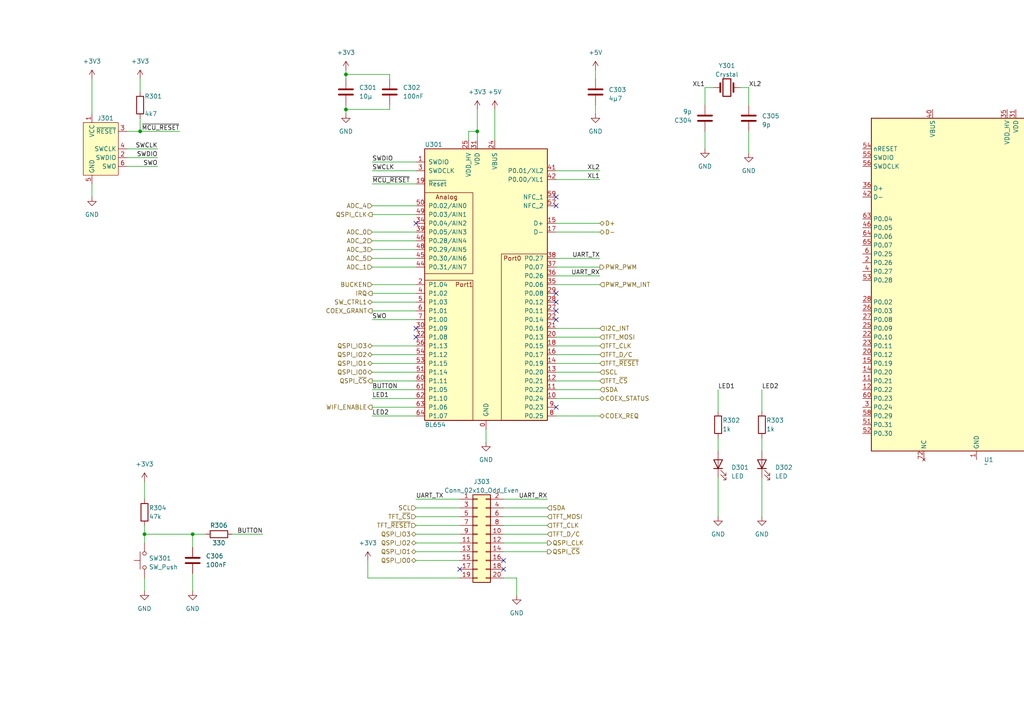
<source format=kicad_sch>
(kicad_sch (version 20231120) (generator "eeschema") (generator_version "8.0")
  (paper "A4")
  (title_block (title "Firewaterburn") (rev "0.2"))
  (lib_symbols
    (symbol "Connector:Conn_ARM_SWD_TagConnect_TC2030" (in_bom no)
      (property "Reference" "J" (at 2.54 11.43 0))
      (property "Value" "Conn_ARM_SWD_TagConnect_TC2030" (at 5.08 8.89 0))
      (symbol "Conn_ARM_SWD_TagConnect_TC2030_0_0"
        (pin power_in line (at -2.54 10.16 270) (length 2.54) (name "VCC") (number "1"))
        (pin bidirectional line (at 7.62 -2.54 180) (length 2.54) (name "SWDIO") (number "2"))
        (pin open_collector line (at 7.62 5.08 180) (length 2.54) (name "~{RESET}") (number "3"))
        (pin output line (at 7.62 0 180) (length 2.54) (name "SWCLK") (number "4"))
        (pin power_in line (at -2.54 -10.16 90) (length 2.54) (name "GND") (number "5"))
        (pin input line (at 7.62 -5.08 180) (length 2.54) (name "SWO") (number "6"))
      )
      (symbol "Conn_ARM_SWD_TagConnect_TC2030_0_1"
        (rectangle (start -5.08 7.62) (end 5.08 -7.62) (fill (type background)))
      )
    )
    (symbol "Connector_Generic:Conn_02x10_Odd_Even" (pin_names (offset 1.016) hide)
      (property "Reference" "J" (at 1.27 12.7 0))
      (property "Value" "Conn_02x10_Odd_Even" (at 1.27 -15.24 0))
      (symbol "Conn_02x10_Odd_Even_1_1"
        (rectangle (start -1.27 -12.573) (end 0 -12.827) (stroke (width 0.1524)))
        (rectangle (start -1.27 -10.033) (end 0 -10.287) (stroke (width 0.1524)))
        (rectangle (start -1.27 -7.493) (end 0 -7.747) (stroke (width 0.1524)))
        (rectangle (start -1.27 -4.953) (end 0 -5.207) (stroke (width 0.1524)))
        (rectangle (start -1.27 -2.413) (end 0 -2.667) (stroke (width 0.1524)))
        (rectangle (start -1.27 0.127) (end 0 -0.127) (stroke (width 0.1524)))
        (rectangle (start -1.27 2.667) (end 0 2.413) (stroke (width 0.1524)))
        (rectangle (start -1.27 5.207) (end 0 4.953) (stroke (width 0.1524)))
        (rectangle (start -1.27 7.747) (end 0 7.493) (stroke (width 0.1524)))
        (rectangle (start -1.27 10.287) (end 0 10.033) (stroke (width 0.1524)))
        (rectangle (start -1.27 11.43) (end 3.81 -13.97) (stroke (width 0.254)) (fill (type background)))
        (rectangle (start 3.81 -12.573) (end 2.54 -12.827) (stroke (width 0.1524)))
        (rectangle (start 3.81 -10.033) (end 2.54 -10.287) (stroke (width 0.1524)))
        (rectangle (start 3.81 -7.493) (end 2.54 -7.747) (stroke (width 0.1524)))
        (rectangle (start 3.81 -4.953) (end 2.54 -5.207) (stroke (width 0.1524)))
        (rectangle (start 3.81 -2.413) (end 2.54 -2.667) (stroke (width 0.1524)))
        (rectangle (start 3.81 0.127) (end 2.54 -0.127) (stroke (width 0.1524)))
        (rectangle (start 3.81 2.667) (end 2.54 2.413) (stroke (width 0.1524)))
        (rectangle (start 3.81 5.207) (end 2.54 4.953) (stroke (width 0.1524)))
        (rectangle (start 3.81 7.747) (end 2.54 7.493) (stroke (width 0.1524)))
        (rectangle (start 3.81 10.287) (end 2.54 10.033) (stroke (width 0.1524)))
        (pin passive line (at -5.08 10.16 0) (length 3.81) (name "Pin_1") (number "1"))
        (pin passive line (at 7.62 0 180) (length 3.81) (name "Pin_10") (number "10"))
        (pin passive line (at -5.08 -2.54 0) (length 3.81) (name "Pin_11") (number "11"))
        (pin passive line (at 7.62 -2.54 180) (length 3.81) (name "Pin_12") (number "12"))
        (pin passive line (at -5.08 -5.08 0) (length 3.81) (name "Pin_13") (number "13"))
        (pin passive line (at 7.62 -5.08 180) (length 3.81) (name "Pin_14") (number "14"))
        (pin passive line (at -5.08 -7.62 0) (length 3.81) (name "Pin_15") (number "15"))
        (pin passive line (at 7.62 -7.62 180) (length 3.81) (name "Pin_16") (number "16"))
        (pin passive line (at -5.08 -10.16 0) (length 3.81) (name "Pin_17") (number "17"))
        (pin passive line (at 7.62 -10.16 180) (length 3.81) (name "Pin_18") (number "18"))
        (pin passive line (at -5.08 -12.7 0) (length 3.81) (name "Pin_19") (number "19"))
        (pin passive line (at 7.62 10.16 180) (length 3.81) (name "Pin_2") (number "2"))
        (pin passive line (at 7.62 -12.7 180) (length 3.81) (name "Pin_20") (number "20"))
        (pin passive line (at -5.08 7.62 0) (length 3.81) (name "Pin_3") (number "3"))
        (pin passive line (at 7.62 7.62 180) (length 3.81) (name "Pin_4") (number "4"))
        (pin passive line (at -5.08 5.08 0) (length 3.81) (name "Pin_5") (number "5"))
        (pin passive line (at 7.62 5.08 180) (length 3.81) (name "Pin_6") (number "6"))
        (pin passive line (at -5.08 2.54 0) (length 3.81) (name "Pin_7") (number "7"))
        (pin passive line (at 7.62 2.54 180) (length 3.81) (name "Pin_8") (number "8"))
        (pin passive line (at -5.08 0 0) (length 3.81) (name "Pin_9") (number "9"))
      )
    )
    (symbol "Device:C" (pin_numbers hide) (pin_names (offset 0.254))
      (property "Reference" "C" (at 0.635 2.54 0))
      (property "Value" "C" (at 0.635 -2.54 0))
      (symbol "C_0_1"
        (polyline (pts (xy -2.032 -0.762) (xy 2.032 -0.762)) (stroke (width 0.508)))
        (polyline (pts (xy -2.032 0.762) (xy 2.032 0.762)) (stroke (width 0.508)))
      )
      (symbol "C_1_1"
        (pin passive line (at 0 3.81 270) (length 2.794) (name "~") (number "1"))
        (pin passive line (at 0 -3.81 90) (length 2.794) (name "~") (number "2"))
      )
    )
    (symbol "Device:Crystal" (pin_numbers hide) (pin_names (offset 1.016) hide)
      (property "Reference" "Y" (at 0 3.81 0))
      (property "Value" "Crystal" (at 0 -3.81 0))
      (symbol "Crystal_0_1"
        (rectangle (start -1.143 2.54) (end 1.143 -2.54) (stroke (width 0.3048)))
        (polyline (pts (xy -2.54 0) (xy -1.905 0)))
        (polyline (pts (xy -1.905 -1.27) (xy -1.905 1.27)) (stroke (width 0.508)))
        (polyline (pts (xy 1.905 -1.27) (xy 1.905 1.27)) (stroke (width 0.508)))
        (polyline (pts (xy 2.54 0) (xy 1.905 0)))
      )
      (symbol "Crystal_1_1"
        (pin passive line (at -3.81 0 0) (length 1.27) (name "1") (number "1"))
        (pin passive line (at 3.81 0 180) (length 1.27) (name "2") (number "2"))
      )
    )
    (symbol "Device:LED" (pin_numbers hide) (pin_names (offset 1.016) hide)
      (property "Reference" "D" (at 0 2.54 0))
      (property "Value" "LED" (at 0 -2.54 0))
      (symbol "LED_0_1"
        (polyline (pts (xy -1.27 -1.27) (xy -1.27 1.27)) (stroke (width 0.254)))
        (polyline (pts (xy -1.27 0) (xy 1.27 0)))
        (polyline (pts (xy 1.27 -1.27) (xy 1.27 1.27) (xy -1.27 0) (xy 1.27 -1.27)) (stroke (width 0.254)))
        (polyline (pts (xy -3.048 -0.762) (xy -4.572 -2.286) (xy -3.81 -2.286) (xy -4.572 -2.286) (xy -4.572 -1.524)))
        (polyline (pts (xy -1.778 -0.762) (xy -3.302 -2.286) (xy -2.54 -2.286) (xy -3.302 -2.286) (xy -3.302 -1.524)))
      )
      (symbol "LED_1_1"
        (pin passive line (at -3.81 0 0) (length 2.54) (name "K") (number "1"))
        (pin passive line (at 3.81 0 180) (length 2.54) (name "A") (number "2"))
      )
    )
    (symbol "Device:R" (pin_numbers hide) (pin_names (offset 0))
      (property "Reference" "R" (at 2.032 0 90))
      (property "Value" "R" (at 0 0 90))
      (symbol "R_0_1"
        (rectangle (start -1.016 -2.54) (end 1.016 2.54) (stroke (width 0.254)))
      )
      (symbol "R_1_1"
        (pin passive line (at 0 3.81 270) (length 1.27) (name "~") (number "1"))
        (pin passive line (at 0 -3.81 90) (length 1.27) (name "~") (number "2"))
      )
    )
    (symbol "Switch:SW_Push" (pin_numbers hide) (pin_names (offset 1.016) hide)
      (property "Reference" "SW" (at 1.27 2.54 0))
      (property "Value" "SW_Push" (at 0 -1.524 0))
      (symbol "SW_Push_0_1"
        (circle (center -2.032 0) (radius 0.508))
        (polyline (pts (xy 0 1.27) (xy 0 3.048)))
        (polyline (pts (xy 2.54 1.27) (xy -2.54 1.27)))
        (circle (center 2.032 0) (radius 0.508))
        (pin passive line (at -5.08 0 0) (length 2.54) (name "1") (number "1"))
        (pin passive line (at 5.08 0 180) (length 2.54) (name "2") (number "2"))
      )
    )
    (symbol "mylib_ic:BL5340"
      (property "Reference" "U" (at 0 49.53 0))
      (symbol "BL5340_1_1"
        (rectangle (start -30.48 48.26) (end 30.48 -48.26) (stroke (width 0.254)) (fill (type background)))
        (pin power_in line (at 0 -50.8 90) (length 2.54) (name "GND") (number "1"))
        (pin bidirectional line (at 33.02 -17.78 180) (length 2.54) (name "P1.05") (number "10"))
        (pin bidirectional line (at -33.02 -27.94 0) (length 2.54) (name "P0.21") (number "11"))
        (pin bidirectional line (at -33.02 -30.48 0) (length 2.54) (name "P0.22") (number "12"))
        (pin bidirectional line (at 33.02 -15.24 180) (length 2.54) (name "P1.04") (number "13"))
        (pin bidirectional line (at -33.02 -25.4 0) (length 2.54) (name "P0.20") (number "14"))
        (pin bidirectional line (at -33.02 -22.86 0) (length 2.54) (name "P0.19") (number "15"))
        (pin bidirectional line (at 33.02 15.24 180) (length 2.54) (name "P0.17") (number "16"))
        (pin bidirectional line (at 33.02 17.78 180) (length 2.54) (name "P0.16") (number "17"))
        (pin bidirectional line (at 33.02 20.32 180) (length 2.54) (name "P0.15") (number "18"))
        (pin power_in line (at 0 -50.8 90) (length 2.54) hide (name "GND") (number "19"))
        (pin bidirectional line (at -33.02 6.35 0) (length 2.54) (name "P0.26") (number "2"))
        (pin bidirectional line (at -33.02 -20.32 0) (length 2.54) (name "P0.12") (number "20"))
        (pin power_in line (at 0 -50.8 90) (length 2.54) hide (name "GND") (number "21"))
        (pin bidirectional line (at -33.02 -15.24 0) (length 2.54) (name "P0.10") (number "22"))
        (pin bidirectional line (at -33.02 -17.78 0) (length 2.54) (name "P0.11") (number "23"))
        (pin bidirectional line (at 33.02 25.4 180) (length 2.54) (name "P0.13") (number "24"))
        (pin bidirectional line (at -33.02 -12.7 0) (length 2.54) (name "P0.09") (number "25"))
        (pin bidirectional line (at -33.02 -7.62 0) (length 2.54) (name "P0.03") (number "26"))
        (pin bidirectional line (at -33.02 -10.16 0) (length 2.54) (name "P0.08") (number "27"))
        (pin bidirectional line (at -33.02 -5.08 0) (length 2.54) (name "P0.02") (number "28"))
        (pin power_in line (at 0 -50.8 90) (length 2.54) hide (name "GND") (number "29"))
        (pin bidirectional line (at -33.02 -35.56 0) (length 2.54) (name "P0.24") (number "3"))
        (pin power_in line (at 0 -50.8 90) (length 2.54) hide (name "GND") (number "30"))
        (pin power_in line (at 11.43 50.8 270) (length 2.54) (name "VDD") (number "31"))
        (pin bidirectional line (at 33.02 35.56 180) (length 2.54) (name "P0.01") (number "32"))
        (pin power_in line (at 0 -50.8 90) (length 2.54) hide (name "GND") (number "33"))
        (pin bidirectional line (at 33.02 38.1 180) (length 2.54) (name "P0.00") (number "34"))
        (pin power_in line (at 8.89 50.8 270) (length 2.54) (name "VDD_HV") (number "35"))
        (pin bidirectional line (at -33.02 27.94 0) (length 2.54) (name "D+") (number "36"))
        (pin bidirectional line (at 33.02 -1.27 180) (length 2.54) (name "P1.02") (number "37"))
        (pin bidirectional line (at 33.02 -12.7 180) (length 2.54) (name "P1.03") (number "38"))
        (pin power_in line (at 0 -50.8 90) (length 2.54) hide (name "GND") (number "39"))
        (pin bidirectional line (at -33.02 3.81 0) (length 2.54) (name "P0.27") (number "4"))
        (pin power_in line (at -12.7 50.8 270) (length 2.54) (name "VBUS") (number "40"))
        (pin bidirectional line (at 33.02 -10.16 180) (length 2.54) (name "P1.00") (number "41"))
        (pin bidirectional line (at -33.02 25.4 0) (length 2.54) (name "D-") (number "42"))
        (pin bidirectional line (at 33.02 1.27 180) (length 2.54) (name "P1.01") (number "43"))
        (pin power_in line (at 0 -50.8 90) (length 2.54) hide (name "GND") (number "44"))
        (pin bidirectional line (at 33.02 -43.18 180) (length 2.54) (name "P1.15") (number "45"))
        (pin bidirectional line (at -33.02 16.51 0) (length 2.54) (name "P0.05") (number "46"))
        (pin bidirectional line (at 33.02 -38.1 180) (length 2.54) (name "P1.13") (number "47"))
        (pin bidirectional line (at 33.02 -40.64 180) (length 2.54) (name "P1.14") (number "48"))
        (pin bidirectional line (at 33.02 -35.56 180) (length 2.54) (name "P1.12") (number "49"))
        (pin bidirectional line (at 33.02 -27.94 180) (length 2.54) (name "P1.09") (number "5"))
        (pin bidirectional line (at 33.02 -33.02 180) (length 2.54) (name "P1.11") (number "50"))
        (pin bidirectional line (at -33.02 -40.64 0) (length 2.54) (name "P0.31") (number "51"))
        (pin bidirectional line (at -33.02 -43.18 0) (length 2.54) (name "P0.30") (number "52"))
        (pin bidirectional line (at -33.02 1.27 0) (length 2.54) (name "P0.28") (number "53"))
        (pin bidirectional line (at -33.02 39.37 0) (length 2.54) (name "nRESET") (number "54"))
        (pin bidirectional line (at -33.02 36.83 0) (length 2.54) (name "SWDIO") (number "55"))
        (pin bidirectional line (at -33.02 34.29 0) (length 2.54) (name "SWDCLK") (number "56"))
        (pin bidirectional line (at 33.02 -30.48 180) (length 2.54) (name "P1.10") (number "57"))
        (pin bidirectional line (at -33.02 -38.1 0) (length 2.54) (name "P0.29") (number "58"))
        (pin power_in line (at 0 -50.8 90) (length 2.54) hide (name "GND") (number "59"))
        (pin bidirectional line (at -33.02 8.89 0) (length 2.54) (name "P0.25") (number "6"))
        (pin bidirectional line (at -33.02 -33.02 0) (length 2.54) (name "P0.23") (number "60"))
        (pin bidirectional line (at 33.02 12.7 180) (length 2.54) (name "P0.18") (number "61"))
        (pin bidirectional line (at 33.02 22.86 180) (length 2.54) (name "P0.14") (number "62"))
        (pin bidirectional line (at -33.02 19.05 0) (length 2.54) (name "P0.04") (number "63"))
        (pin bidirectional line (at -33.02 13.97 0) (length 2.54) (name "P0.06") (number "64"))
        (pin bidirectional line (at -33.02 11.43 0) (length 2.54) (name "P0.07") (number "65"))
        (pin power_in line (at 0 -50.8 90) (length 2.54) hide (name "GND") (number "66"))
        (pin power_in line (at 0 -50.8 90) (length 2.54) hide (name "GND") (number "67"))
        (pin power_in line (at 0 -50.8 90) (length 2.54) hide (name "GND") (number "68"))
        (pin power_in line (at 0 -50.8 90) (length 2.54) hide (name "GND") (number "69"))
        (pin bidirectional line (at 33.02 -25.4 180) (length 2.54) (name "P1.08") (number "7"))
        (pin power_in line (at 0 -50.8 90) (length 2.54) hide (name "GND") (number "70"))
        (pin power_in line (at 0 -50.8 90) (length 2.54) hide (name "GND") (number "71"))
        (pin no_connect line (at -15.24 -50.8 90) (length 2.54) (name "NC") (number "72"))
        (pin power_in line (at 0 -50.8 90) (length 2.54) hide (name "GND") (number "73"))
        (pin power_in line (at 0 -50.8 90) (length 2.54) hide (name "GND") (number "74"))
        (pin power_in line (at 0 -50.8 90) (length 2.54) hide (name "GND") (number "75"))
        (pin bidirectional line (at 33.02 -22.86 180) (length 2.54) (name "P1.07") (number "8"))
        (pin bidirectional line (at 33.02 -20.32 180) (length 2.54) (name "P1.06") (number "9"))
      )
    )
    (symbol "mylib_ic:BL654" (pin_names (offset 1.016))
      (property "Reference" "U" (at -16.51 43.18 0))
      (property "Value" "BL654" (at 15.24 43.18 0))
      (symbol "BL654_0_0"
        (rectangle (start -17.78 3.81) (end -3.81 -36.83))
        (rectangle (start 4.445 11.43) (end 17.78 -36.83))
        (text "Analog" (at -11.43 27.94 0) (effects (font (size 1.27 1.27))))
        (text "Port0" (at 7.62 10.16 0) (effects (font (size 1.27 1.27))))
        (text "Port1" (at -6.35 2.54 0) (effects (font (size 1.27 1.27))))
      )
      (symbol "BL654_0_1"
        (rectangle (start -17.78 29.21) (end -3.81 5.715))
        (rectangle (start -17.78 41.91) (end 17.78 -36.83) (stroke (width 0.254)) (fill (type background)))
      )
      (symbol "BL654_1_1"
        (pin power_in line (at 0 -39.37 90) (length 2.54) (name "GND") (number "0"))
        (pin bidirectional line (at -20.32 38.1 0) (length 2.54) (name "SWDIO") (number "1"))
        (pin bidirectional line (at 20.32 -30.48 180) (length 2.54) (name "P0.24") (number "10"))
        (pin bidirectional line (at 20.32 -27.94 180) (length 2.54) (name "P0.22") (number "11"))
        (pin bidirectional line (at 20.32 -25.4 180) (length 2.54) (name "P0.21") (number "12"))
        (pin bidirectional line (at 20.32 -22.86 180) (length 2.54) (name "P0.20") (number "13"))
        (pin bidirectional line (at 20.32 -20.32 180) (length 2.54) (name "P0.19") (number "14"))
        (pin bidirectional line (at 20.32 20.32 180) (length 2.54) (name "D+") (number "15"))
        (pin bidirectional line (at 20.32 -17.78 180) (length 2.54) (name "P0.17") (number "16"))
        (pin bidirectional line (at 20.32 17.78 180) (length 2.54) (name "D-") (number "17"))
        (pin bidirectional line (at 20.32 -15.24 180) (length 2.54) (name "P0.15") (number "18"))
        (pin input line (at -20.32 31.75 0) (length 2.54) (name "~{Reset}") (number "19"))
        (pin bidirectional line (at -20.32 2.54 0) (length 2.54) (name "P1.04") (number "2"))
        (pin bidirectional line (at 20.32 -12.7 180) (length 2.54) (name "P0.13") (number "20"))
        (pin bidirectional line (at 20.32 -10.16 180) (length 2.54) (name "P0.16") (number "21"))
        (pin bidirectional line (at 20.32 -7.62 180) (length 2.54) (name "P0.14") (number "22"))
        (pin power_in line (at 0 -39.37 90) (length 2.54) hide (name "GND") (number "23"))
        (pin power_in line (at 2.54 44.45 270) (length 2.54) (name "VBUS") (number "24"))
        (pin power_in line (at -5.08 44.45 270) (length 2.54) (name "VDD_HV") (number "25"))
        (pin power_in line (at 0 -39.37 90) (length 2.54) hide (name "GND") (number "26"))
        (pin bidirectional line (at 20.32 -5.08 180) (length 2.54) (name "P0.11") (number "27"))
        (pin bidirectional line (at 20.32 -2.54 180) (length 2.54) (name "P0.12") (number "28"))
        (pin bidirectional line (at 20.32 0 180) (length 2.54) (name "P0.08") (number "29"))
        (pin input line (at -20.32 35.56 0) (length 2.54) (name "SWDCLK") (number "3"))
        (pin bidirectional line (at -20.32 -10.16 0) (length 2.54) (name "P1.09") (number "30"))
        (pin power_in line (at -2.54 44.45 270) (length 2.54) (name "VDD") (number "31"))
        (pin bidirectional line (at -20.32 -12.7 0) (length 2.54) (name "P1.08") (number "32"))
        (pin power_in line (at 0 -39.37 90) (length 2.54) hide (name "GND") (number "33"))
        (pin bidirectional line (at -20.32 20.32 0) (length 2.54) (name "P0.04/AIN2") (number "34"))
        (pin bidirectional line (at 20.32 2.54 180) (length 2.54) (name "P0.06") (number "35"))
        (pin bidirectional line (at 20.32 5.08 180) (length 2.54) (name "P0.26") (number "36"))
        (pin bidirectional line (at 20.32 7.62 180) (length 2.54) (name "P0.07") (number "37"))
        (pin bidirectional line (at 20.32 10.16 180) (length 2.54) (name "P0.27") (number "38"))
        (pin bidirectional line (at -20.32 17.78 0) (length 2.54) (name "P0.05/AIN3") (number "39"))
        (pin bidirectional line (at -20.32 0 0) (length 2.54) (name "P1.02") (number "4"))
        (pin power_in line (at 0 -39.37 90) (length 2.54) hide (name "GND") (number "40"))
        (pin input line (at 20.32 35.56 180) (length 2.54) (name "P0.01/XL2") (number "41"))
        (pin input line (at 20.32 33.02 180) (length 2.54) (name "P0.00/XL1") (number "42"))
        (pin power_in line (at 0 -39.37 90) (length 2.54) hide (name "GND") (number "43"))
        (pin bidirectional line (at -20.32 7.62 0) (length 2.54) (name "P0.31/AIN7") (number "44"))
        (pin bidirectional line (at -20.32 10.16 0) (length 2.54) (name "P0.30/AIN6") (number "45"))
        (pin bidirectional line (at -20.32 15.24 0) (length 2.54) (name "P0.28/AIN4") (number "46"))
        (pin power_in line (at 0 -39.37 90) (length 2.54) hide (name "GND") (number "47"))
        (pin bidirectional line (at -20.32 12.7 0) (length 2.54) (name "P0.29/AIN5") (number "48"))
        (pin bidirectional line (at -20.32 22.86 0) (length 2.54) (name "P0.03/AIN1") (number "49"))
        (pin bidirectional line (at -20.32 -2.54 0) (length 2.54) (name "P1.03") (number "5"))
        (pin bidirectional line (at -20.32 25.4 0) (length 2.54) (name "P0.02/AIN0") (number "50"))
        (pin bidirectional line (at -20.32 -22.86 0) (length 2.54) (name "P1.14") (number "51"))
        (pin power_in line (at 0 -39.37 90) (length 2.54) hide (name "GND") (number "52"))
        (pin bidirectional line (at -20.32 -20.32 0) (length 2.54) (name "P1.15") (number "53"))
        (pin bidirectional line (at -20.32 -17.78 0) (length 2.54) (name "P1.12") (number "54"))
        (pin power_in line (at 0 -39.37 90) (length 2.54) hide (name "GND") (number "55"))
        (pin bidirectional line (at -20.32 -15.24 0) (length 2.54) (name "P1.13") (number "56"))
        (pin bidirectional line (at 20.32 25.4 180) (length 2.54) (name "NFC_2") (number "57"))
        (pin power_in line (at 0 -39.37 90) (length 2.54) hide (name "GND") (number "58"))
        (pin bidirectional line (at 20.32 27.94 180) (length 2.54) (name "NFC_1") (number "59"))
        (pin bidirectional line (at -20.32 -5.08 0) (length 2.54) (name "P1.01") (number "6"))
        (pin bidirectional line (at -20.32 -25.4 0) (length 2.54) (name "P1.11") (number "60"))
        (pin bidirectional line (at -20.32 -27.94 0) (length 2.54) (name "P1.05") (number "61"))
        (pin bidirectional line (at -20.32 -30.48 0) (length 2.54) (name "P1.10") (number "62"))
        (pin bidirectional line (at -20.32 -33.02 0) (length 2.54) (name "P1.06") (number "63"))
        (pin bidirectional line (at -20.32 -35.56 0) (length 2.54) (name "P1.07") (number "64"))
        (pin power_in line (at 0 -39.37 90) (length 2.54) hide (name "GND") (number "65"))
        (pin power_in line (at 0 -39.37 90) (length 2.54) hide (name "GND") (number "66"))
        (pin power_in line (at 0 -39.37 90) (length 2.54) hide (name "GND") (number "67"))
        (pin power_in line (at 0 -39.37 90) (length 2.54) hide (name "GND") (number "68"))
        (pin power_in line (at 0 -39.37 90) (length 2.54) hide (name "GND") (number "69"))
        (pin bidirectional line (at -20.32 -7.62 0) (length 2.54) (name "P1.00") (number "7"))
        (pin power_in line (at 0 -39.37 90) (length 2.54) hide (name "GND") (number "70"))
        (pin power_in line (at 0 -39.37 90) (length 2.54) hide (name "GND") (number "71"))
        (pin bidirectional line (at 20.32 -35.56 180) (length 2.54) (name "P0.25") (number "8"))
        (pin bidirectional line (at 20.32 -33.02 180) (length 2.54) (name "P0.23") (number "9"))
      )
    )
    (symbol "power:+3V3" (power) (pin_names (offset 0))
      (property "Value" "+3V3" (at 0 3.556 0))
      (symbol "+3V3_0_1"
        (polyline (pts (xy -0.762 1.27) (xy 0 2.54)))
        (polyline (pts (xy 0 0) (xy 0 2.54)))
        (polyline (pts (xy 0 2.54) (xy 0.762 1.27)))
      )
      (symbol "+3V3_1_1"
        (pin power_in line (at 0 0 90) (length 0) hide (name "+3V3") (number "1"))
      )
    )
    (symbol "power:+5V" (power) (pin_names (offset 0))
      (property "Value" "+5V" (at 0 3.556 0))
      (symbol "+5V_0_1"
        (polyline (pts (xy -0.762 1.27) (xy 0 2.54)))
        (polyline (pts (xy 0 0) (xy 0 2.54)))
        (polyline (pts (xy 0 2.54) (xy 0.762 1.27)))
      )
      (symbol "+5V_1_1"
        (pin power_in line (at 0 0 90) (length 0) hide (name "+5V") (number "1"))
      )
    )
    (symbol "power:GND" (power) (pin_names (offset 0))
      (property "Value" "GND" (at 0 -3.81 0))
      (symbol "GND_0_1"
        (polyline (pts (xy 0 0) (xy 0 -1.27) (xy 1.27 -1.27) (xy 0 -2.54) (xy -1.27 -1.27) (xy 0 -1.27)))
      )
      (symbol "GND_1_1"
        (pin power_in line (at 0 0 270) (length 0) hide (name "GND") (number "1"))
      )
    )
  )
  (junction (at 138.43 38.1))
  (junction (at 41.91 154.94))
  (junction (at 100.33 31.75))
  (junction (at 55.88 154.94))
  (junction (at 100.33 21.59))
  (junction (at 40.64 38.1))
  (no_connect (at 120.65 95.25))
  (no_connect (at 161.29 87.63))
  (no_connect (at 120.65 97.79))
  (no_connect (at 161.29 57.15))
  (no_connect (at 133.35 165.1))
  (no_connect (at 161.29 59.69))
  (no_connect (at 146.05 165.1))
  (no_connect (at 161.29 85.09))
  (no_connect (at 120.65 64.77))
  (no_connect (at 161.29 90.17))
  (no_connect (at 161.29 118.11))
  (no_connect (at 146.05 162.56))
  (no_connect (at 161.29 92.71))
  (wire (pts (xy 100.33 20.32) (xy 100.33 21.59)))
  (wire (pts (xy 133.35 160.02) (xy 120.65 160.02)))
  (wire (pts (xy 120.65 87.63) (xy 107.95 87.63)))
  (wire (pts (xy 133.35 162.56) (xy 120.65 162.56)))
  (wire (pts (xy 55.88 166.37) (xy 55.88 171.45)))
  (wire (pts (xy 120.65 90.17) (xy 107.95 90.17)))
  (wire (pts (xy 107.95 46.99) (xy 120.65 46.99)))
  (wire (pts (xy 120.65 107.95) (xy 107.95 107.95)))
  (wire (pts (xy 113.03 30.48) (xy 113.03 31.75)))
  (wire (pts (xy 40.64 38.1) (xy 52.07 38.1)))
  (wire (pts (xy 55.88 154.94) (xy 59.69 154.94)))
  (wire (pts (xy 143.51 31.75) (xy 143.51 40.64)))
  (wire (pts (xy 207.01 25.4) (xy 204.47 25.4)))
  (wire (pts (xy 120.65 110.49) (xy 107.95 110.49)))
  (wire (pts (xy 100.33 31.75) (xy 113.03 31.75)))
  (wire (pts (xy 161.29 64.77) (xy 173.99 64.77)))
  (wire (pts (xy 45.72 43.18) (xy 36.83 43.18)))
  (wire (pts (xy 41.91 139.7) (xy 41.91 144.78)))
  (wire (pts (xy 208.28 127) (xy 208.28 130.81)))
  (wire (pts (xy 149.86 167.64) (xy 149.86 172.72)))
  (wire (pts (xy 26.67 53.34) (xy 26.67 57.15)))
  (wire (pts (xy 107.95 115.57) (xy 120.65 115.57)))
  (wire (pts (xy 158.75 147.32) (xy 146.05 147.32)))
  (wire (pts (xy 107.95 72.39) (xy 120.65 72.39)))
  (wire (pts (xy 217.17 38.1) (xy 217.17 44.45)))
  (wire (pts (xy 120.65 105.41) (xy 107.95 105.41)))
  (wire (pts (xy 107.95 85.09) (xy 120.65 85.09)))
  (wire (pts (xy 158.75 149.86) (xy 146.05 149.86)))
  (wire (pts (xy 172.72 30.48) (xy 172.72 33.02)))
  (wire (pts (xy 173.99 100.33) (xy 161.29 100.33)))
  (wire (pts (xy 100.33 21.59) (xy 113.03 21.59)))
  (wire (pts (xy 146.05 167.64) (xy 149.86 167.64)))
  (wire (pts (xy 120.65 118.11) (xy 107.95 118.11)))
  (wire (pts (xy 36.83 38.1) (xy 40.64 38.1)))
  (wire (pts (xy 173.99 77.47) (xy 161.29 77.47)))
  (wire (pts (xy 204.47 38.1) (xy 204.47 43.18)))
  (wire (pts (xy 107.95 77.47) (xy 120.65 77.47)))
  (wire (pts (xy 120.65 82.55) (xy 107.95 82.55)))
  (wire (pts (xy 220.98 138.43) (xy 220.98 149.86)))
  (wire (pts (xy 120.65 149.86) (xy 133.35 149.86)))
  (wire (pts (xy 55.88 154.94) (xy 55.88 158.75)))
  (wire (pts (xy 173.99 80.01) (xy 161.29 80.01)))
  (wire (pts (xy 173.99 95.25) (xy 161.29 95.25)))
  (wire (pts (xy 45.72 45.72) (xy 36.83 45.72)))
  (wire (pts (xy 208.28 138.43) (xy 208.28 149.86)))
  (wire (pts (xy 107.95 67.31) (xy 120.65 67.31)))
  (wire (pts (xy 107.95 69.85) (xy 120.65 69.85)))
  (wire (pts (xy 26.67 22.86) (xy 26.67 33.02)))
  (wire (pts (xy 158.75 157.48) (xy 146.05 157.48)))
  (wire (pts (xy 161.29 49.53) (xy 173.99 49.53)))
  (wire (pts (xy 208.28 119.38) (xy 208.28 113.03)))
  (wire (pts (xy 100.33 30.48) (xy 100.33 31.75)))
  (wire (pts (xy 133.35 154.94) (xy 120.65 154.94)))
  (wire (pts (xy 161.29 120.65) (xy 173.99 120.65)))
  (wire (pts (xy 76.2 154.94) (xy 67.31 154.94)))
  (wire (pts (xy 113.03 22.86) (xy 113.03 21.59)))
  (wire (pts (xy 158.75 160.02) (xy 146.05 160.02)))
  (wire (pts (xy 107.95 113.03) (xy 120.65 113.03)))
  (wire (pts (xy 138.43 38.1) (xy 138.43 40.64)))
  (wire (pts (xy 161.29 67.31) (xy 173.99 67.31)))
  (wire (pts (xy 133.35 147.32) (xy 120.65 147.32)))
  (wire (pts (xy 135.89 38.1) (xy 138.43 38.1)))
  (wire (pts (xy 158.75 154.94) (xy 146.05 154.94)))
  (wire (pts (xy 173.99 110.49) (xy 161.29 110.49)))
  (wire (pts (xy 107.95 59.69) (xy 120.65 59.69)))
  (wire (pts (xy 40.64 22.86) (xy 40.64 26.67)))
  (wire (pts (xy 173.99 82.55) (xy 161.29 82.55)))
  (wire (pts (xy 146.05 144.78) (xy 158.75 144.78)))
  (wire (pts (xy 173.99 107.95) (xy 161.29 107.95)))
  (wire (pts (xy 41.91 154.94) (xy 41.91 157.48)))
  (wire (pts (xy 161.29 115.57) (xy 173.99 115.57)))
  (wire (pts (xy 120.65 152.4) (xy 133.35 152.4)))
  (wire (pts (xy 172.72 20.32) (xy 172.72 22.86)))
  (wire (pts (xy 120.65 100.33) (xy 107.95 100.33)))
  (wire (pts (xy 173.99 102.87) (xy 161.29 102.87)))
  (wire (pts (xy 106.68 167.64) (xy 106.68 162.56)))
  (wire (pts (xy 173.99 105.41) (xy 161.29 105.41)))
  (wire (pts (xy 161.29 52.07) (xy 173.99 52.07)))
  (wire (pts (xy 220.98 127) (xy 220.98 130.81)))
  (wire (pts (xy 41.91 167.64) (xy 41.91 171.45)))
  (wire (pts (xy 217.17 30.48) (xy 217.17 25.4)))
  (wire (pts (xy 41.91 154.94) (xy 55.88 154.94)))
  (wire (pts (xy 100.33 31.75) (xy 100.33 33.02)))
  (wire (pts (xy 106.68 167.64) (xy 133.35 167.64)))
  (wire (pts (xy 173.99 97.79) (xy 161.29 97.79)))
  (wire (pts (xy 107.95 49.53) (xy 120.65 49.53)))
  (wire (pts (xy 107.95 120.65) (xy 120.65 120.65)))
  (wire (pts (xy 120.65 62.23) (xy 107.95 62.23)))
  (wire (pts (xy 41.91 152.4) (xy 41.91 154.94)))
  (wire (pts (xy 140.97 124.46) (xy 140.97 128.27)))
  (wire (pts (xy 107.95 74.93) (xy 120.65 74.93)))
  (wire (pts (xy 220.98 119.38) (xy 220.98 113.03)))
  (wire (pts (xy 138.43 31.75) (xy 138.43 38.1)))
  (wire (pts (xy 40.64 34.29) (xy 40.64 38.1)))
  (wire (pts (xy 100.33 21.59) (xy 100.33 22.86)))
  (wire (pts (xy 107.95 92.71) (xy 120.65 92.71)))
  (wire (pts (xy 217.17 25.4) (xy 214.63 25.4)))
  (wire (pts (xy 135.89 40.64) (xy 135.89 38.1)))
  (wire (pts (xy 120.65 144.78) (xy 133.35 144.78)))
  (wire (pts (xy 158.75 152.4) (xy 146.05 152.4)))
  (wire (pts (xy 173.99 113.03) (xy 161.29 113.03)))
  (wire (pts (xy 107.95 53.34) (xy 120.65 53.34)))
  (wire (pts (xy 45.72 48.26) (xy 36.83 48.26)))
  (wire (pts (xy 133.35 157.48) (xy 120.65 157.48)))
  (wire (pts (xy 120.65 102.87) (xy 107.95 102.87)))
  (wire (pts (xy 204.47 25.4) (xy 204.47 30.48)))
  (wire (pts (xy 173.99 74.93) (xy 161.29 74.93)))
  (label "~{MCU_RESET}" (at 52.07 38.1 180))
  (label "SWO" (at 107.95 92.71 0))
  (label "XL2" (at 217.17 25.4 0))
  (label "SWDIO" (at 45.72 45.72 180))
  (label "LED1" (at 208.28 113.03 0))
  (label "UART_RX" (at 173.99 80.01 180))
  (label "XL1" (at 173.99 52.07 180))
  (label "SWO" (at 45.72 48.26 180))
  (label "XL2" (at 173.99 49.53 180))
  (label "~{MCU_RESET}" (at 107.95 53.34 0))
  (label "UART_RX" (at 158.75 144.78 180))
  (label "LED2" (at 220.98 113.03 0))
  (label "SWCLK" (at 107.95 49.53 0))
  (label "XL1" (at 204.47 25.4 180))
  (label "BUTTON" (at 107.95 113.03 0))
  (label "UART_TX" (at 173.99 74.93 180))
  (label "LED1" (at 107.95 115.57 0))
  (label "UART_TX" (at 120.65 144.78 0))
  (label "BUTTON" (at 76.2 154.94 180))
  (label "SWCLK" (at 45.72 43.18 180))
  (label "SWDIO" (at 107.95 46.99 0))
  (label "LED2" (at 107.95 120.65 0))
  (hierarchical_label "QSPI_CLK" (shape output) (at 158.75 157.48 0))
  (hierarchical_label "COEX_REQ" (shape bidirectional) (at 173.99 120.65 0))
  (hierarchical_label "TFT_D{slash}C" (shape input) (at 158.75 154.94 0))
  (hierarchical_label "TFT_~{RESET}" (shape input) (at 173.99 105.41 0))
  (hierarchical_label "QSPI_IO3" (shape bidirectional) (at 120.65 154.94 180))
  (hierarchical_label "TFT_CLK" (shape input) (at 173.99 100.33 0))
  (hierarchical_label "QSPI_CLK" (shape output) (at 107.95 62.23 180))
  (hierarchical_label "IRQ" (shape output) (at 107.95 85.09 180))
  (hierarchical_label "QSPI_~{CS}" (shape output) (at 107.95 110.49 180))
  (hierarchical_label "SDA" (shape input) (at 173.99 113.03 0))
  (hierarchical_label "PWR_PWM" (shape output) (at 173.99 77.47 0))
  (hierarchical_label "SCL" (shape input) (at 173.99 107.95 0))
  (hierarchical_label "TFT_CLK" (shape input) (at 158.75 152.4 0))
  (hierarchical_label "QSPI_IO1" (shape bidirectional) (at 107.95 105.41 180))
  (hierarchical_label "ADC_4" (shape input) (at 107.95 59.69 180))
  (hierarchical_label "D+" (shape bidirectional) (at 173.99 64.77 0))
  (hierarchical_label "TFT_D{slash}C" (shape input) (at 173.99 102.87 0))
  (hierarchical_label "ADC_3" (shape input) (at 107.95 72.39 180))
  (hierarchical_label "ADC_1" (shape input) (at 107.95 77.47 180))
  (hierarchical_label "COEX_GRANT" (shape output) (at 107.95 90.17 180))
  (hierarchical_label "COEX_STATUS" (shape bidirectional) (at 173.99 115.57 0))
  (hierarchical_label "TFT_~{RESET}" (shape input) (at 120.65 152.4 180))
  (hierarchical_label "SW_CTRL1" (shape bidirectional) (at 107.95 87.63 180))
  (hierarchical_label "QSPI_IO2" (shape bidirectional) (at 107.95 102.87 180))
  (hierarchical_label "ADC_5" (shape input) (at 107.95 74.93 180))
  (hierarchical_label "TFT_MOSI" (shape input) (at 158.75 149.86 0))
  (hierarchical_label "QSPI_IO3" (shape bidirectional) (at 107.95 100.33 180))
  (hierarchical_label "D-" (shape bidirectional) (at 173.99 67.31 0))
  (hierarchical_label "QSPI_IO0" (shape bidirectional) (at 107.95 107.95 180))
  (hierarchical_label "TFT_MOSI" (shape input) (at 173.99 97.79 0))
  (hierarchical_label "I2C_INT" (shape input) (at 173.99 95.25 0))
  (hierarchical_label "QSPI_IO2" (shape bidirectional) (at 120.65 157.48 180))
  (hierarchical_label "QSPI_IO1" (shape bidirectional) (at 120.65 160.02 180))
  (hierarchical_label "QSPI_~{CS}" (shape output) (at 158.75 160.02 0))
  (hierarchical_label "ADC_0" (shape input) (at 107.95 67.31 180))
  (hierarchical_label "SDA" (shape input) (at 158.75 147.32 0))
  (hierarchical_label "TFT_~{CS}" (shape input) (at 173.99 110.49 0))
  (hierarchical_label "WIFI_ENABLE" (shape output) (at 107.95 118.11 180))
  (hierarchical_label "ADC_2" (shape input) (at 107.95 69.85 180))
  (hierarchical_label "QSPI_IO0" (shape bidirectional) (at 120.65 162.56 180))
  (hierarchical_label "TFT_~{CS}" (shape input) (at 120.65 149.86 180))
  (hierarchical_label "SCL" (shape input) (at 120.65 147.32 180))
  (hierarchical_label "PWR_PWM_INT" (shape input) (at 173.99 82.55 0))
  (hierarchical_label "BUCKEN" (shape input) (at 107.95 82.55 180))
  (symbol (lib_id "power:+3V3") (at 41.91 139.7 0) (unit 1)
    (property "Reference" "#PWR0319" (effects (hide yes)))
    (property "Value" "+3V3" (at 41.91 134.62 0))
  )
  (symbol (lib_id "Device:C") (at 55.88 162.56 0) (unit 1)
    (property "Reference" "C306" (at 59.69 161.2899 0) (effects (justify left)))
    (property "Value" "100nF" (at 59.69 163.8299 0) (effects (justify left)))
    (property "Footprint" "Capacitor_SMD:C_0603_1608Metric" (effects (hide yes)))
    (property "Digikey" "1276-1006-1-ND" (effects (hide yes)))
  )
  (symbol (lib_id "Device:R") (at 40.64 30.48 0) (unit 1)
    (property "Reference" "R301" (at 41.91 27.94 0) (effects (justify left)))
    (property "Value" "4k7" (at 41.91 33.02 0) (effects (justify left)))
    (property "Footprint" "Resistor_SMD:R_0603_1608Metric" (effects (hide yes)))
    (property "Digikey" "311-4.70KHRCT-ND" (effects (hide yes)))
  )
  (symbol (lib_id "power:GND") (at 140.97 128.27 0) (unit 1)
    (property "Reference" "#PWR0314" (effects (hide yes)))
    (property "Value" "GND" (at 140.97 133.35 0))
  )
  (symbol (lib_id "power:GND") (at 204.47 43.18 0) (unit 1)
    (property "Reference" "#PWR0309" (effects (hide yes)))
    (property "Value" "GND" (at 204.47 48.26 0))
  )
  (symbol (lib_id "Device:C") (at 204.47 34.29 180) (unit 1)
    (property "Reference" "C304" (at 200.66 34.925 0) (effects (justify left)))
    (property "Value" "9p" (at 200.66 32.385 0) (effects (justify left)))
    (property "Footprint" "Capacitor_SMD:C_0603_1608Metric" (effects (hide yes)))
    (property "Digikey" "445-5627-1-ND" (effects (hide yes)))
  )
  (symbol (lib_id "power:GND") (at 26.67 57.15 0) (unit 1)
    (property "Reference" "#PWR0311" (effects (hide yes)))
    (property "Value" "GND" (at 26.67 62.23 0))
  )
  (symbol (lib_id "power:+3V3") (at 26.67 22.86 0) (unit 1)
    (property "Reference" "#PWR0303" (effects (hide yes)))
    (property "Value" "+3V3" (at 26.67 17.78 0))
  )
  (symbol (lib_id "Device:Crystal") (at 210.82 25.4 180) (unit 1)
    (property "Reference" "Y301" (at 210.82 19.05 0))
    (property "Value" "Crystal" (at 210.82 21.59 0))
    (property "Footprint" "mylib_ic:CM8V-T1A-2Pin_2.0x1.2mm" (effects (hide yes)))
    (property "Digikey" "2195-CM8V-T1A-32.768KHZ-9PF-20PPM-TA-QCCT-ND" (effects (hide yes)))
  )
  (symbol (lib_id "Device:C") (at 217.17 34.29 0) (unit 1)
    (property "Reference" "C305" (at 220.98 33.655 0) (effects (justify left)))
    (property "Value" "9p" (at 220.98 36.195 0) (effects (justify left)))
    (property "Footprint" "Capacitor_SMD:C_0603_1608Metric" (effects (hide yes)))
    (property "Digikey" "445-5627-1-ND" (effects (hide yes)))
  )
  (symbol (lib_id "power:+5V") (at 143.51 31.75 0) (unit 1)
    (property "Reference" "#PWR0306" (effects (hide yes)))
    (property "Value" "+5V" (at 143.51 26.67 0))
  )
  (symbol (lib_id "power:GND") (at 55.88 171.45 0) (unit 1)
    (property "Reference" "#PWR0318" (effects (hide yes)))
    (property "Value" "GND" (at 55.88 176.53 0))
  )
  (symbol (lib_id "Device:LED") (at 220.98 134.62 90) (unit 1)
    (property "Reference" "D302" (at 224.79 135.5725 90) (effects (justify right)))
    (property "Value" "LED" (at 224.79 138.1125 90) (effects (justify right)))
    (property "Footprint" "LED_SMD:LED_0603_1608Metric" (effects (hide yes)))
    (property "Digikey" "516-HSMS-C197CT-ND" (effects (hide yes)))
  )
  (symbol (lib_id "power:+3V3") (at 106.68 162.56 0) (unit 1)
    (property "Reference" "#PWR0312" (effects (hide yes)))
    (property "Value" "+3V3" (at 106.68 157.48 0))
  )
  (symbol (lib_id "Connector:Conn_ARM_SWD_TagConnect_TC2030") (at 29.21 43.18 0) (unit 1) (in_bom no)
    (property "Reference" "J301" (at 33.02 34.29 0) (effects (justify right)))
    (property "Value" "Conn_ARM_SWD_TagConnect_TC2030" (effects (hide yes)))
    (property "Footprint" "Connector:Tag-Connect_TC2030-IDC-FP_2x03_P1.27mm_Vertical" (effects (hide yes)))
    (property "Datasheet" "https://www.tag-connect.com/wp-content/uploads/bsk-pdf-manager/TC2030-CTX_1.pdf" (effects (hide yes)))
  )
  (symbol (lib_id "power:GND") (at 220.98 149.86 0) (unit 1)
    (property "Reference" "#PWR0316" (effects (hide yes)))
    (property "Value" "GND" (at 220.98 154.94 0))
  )
  (symbol (lib_id "mylib_ic:BL654") (at 140.97 85.09 0) (unit 1)
    (property "Reference" "U301" (at 123.19 41.91 0) (effects (justify left)))
    (property "Value" "BL654" (at 123.19 123.19 0) (effects (justify left)))
    (property "Footprint" "mylib_ic:BL654-00001" (effects (hide yes)))
    (property "Datasheet" "https://www.lairdconnect.com/documentation/datasheet-bl654" (effects (hide yes)))
    (property "Digikey" "451-00001CT-ND" (effects (hide yes)))
  )
  (symbol (lib_id "Device:C") (at 113.03 26.67 0) (unit 1)
    (property "Reference" "C302" (at 116.84 25.3999 0) (effects (justify left)))
    (property "Value" "100nF" (at 116.84 27.9399 0) (effects (justify left)))
    (property "Footprint" "Capacitor_SMD:C_0603_1608Metric" (effects (hide yes)))
    (property "Digikey" "1276-1006-1-ND" (effects (hide yes)))
  )
  (symbol (lib_id "power:GND") (at 149.86 172.72 0) (unit 1)
    (property "Reference" "#PWR0313" (effects (hide yes)))
    (property "Value" "GND" (at 149.86 177.8 0))
  )
  (symbol (lib_id "power:+5V") (at 172.72 20.32 0) (unit 1)
    (property "Reference" "#PWR0302" (effects (hide yes)))
    (property "Value" "+5V" (at 172.72 15.24 0))
  )
  (symbol (lib_id "power:+3V3") (at 100.33 20.32 0) (unit 1)
    (property "Reference" "#PWR0301" (effects (hide yes)))
    (property "Value" "+3V3" (at 100.33 15.24 0))
  )
  (symbol (lib_id "power:GND") (at 41.91 171.45 0) (unit 1)
    (property "Reference" "#PWR0317" (effects (hide yes)))
    (property "Value" "GND" (at 41.91 176.53 0))
  )
  (symbol (lib_id "mylib_ic:BL5340") (at 283.21 82.55 0) (unit 1)
    (property "Reference" "U1" (at 285.4041 133.35 0) (effects (justify left)))
    (property "Value" "~" (at 285.4041 134.62 0) (effects (justify left)))
    (property "Footprint" "mylib_ic:BL5340" (effects (hide yes)))
  )
  (symbol (lib_id "Switch:SW_Push") (at 41.91 162.56 90) (unit 1)
    (property "Reference" "SW301" (at 43.18 161.925 90) (effects (justify right)))
    (property "Value" "SW_Push" (at 43.18 164.465 90) (effects (justify right)))
    (property "Footprint" "Button_Switch_SMD:SW_Push_SPST_NO_Alps_SKRK" (effects (hide yes)))
  )
  (symbol (lib_id "Device:C") (at 172.72 26.67 0) (unit 1)
    (property "Reference" "C303" (at 176.53 26.035 0) (effects (justify left)))
    (property "Value" "4µ7" (at 176.53 28.575 0) (effects (justify left)))
    (property "Footprint" "Capacitor_SMD:C_0603_1608Metric" (effects (hide yes)))
    (property "Digikey" "478-06033D475KAT2ACT-ND" (effects (hide yes)))
  )
  (symbol (lib_id "Device:R") (at 41.91 148.59 180) (unit 1)
    (property "Reference" "R304" (at 43.18 147.32 0) (effects (justify right)))
    (property "Value" "47k" (at 43.18 149.86 0) (effects (justify right)))
    (property "Footprint" "Resistor_SMD:R_0603_1608Metric" (effects (hide yes)))
  )
  (symbol (lib_id "Device:R") (at 208.28 123.19 180) (unit 1)
    (property "Reference" "R302" (at 209.55 121.92 0) (effects (justify right)))
    (property "Value" "1k" (at 209.55 124.46 0) (effects (justify right)))
    (property "Footprint" "Resistor_SMD:R_0603_1608Metric" (effects (hide yes)))
    (property "Digikey" "RNCP0603FTD1K00CT-ND" (effects (hide yes)))
  )
  (symbol (lib_id "power:+3V3") (at 40.64 22.86 0) (unit 1)
    (property "Reference" "#PWR0304" (effects (hide yes)))
    (property "Value" "+3V3" (at 40.64 17.78 0))
  )
  (symbol (lib_id "Connector_Generic:Conn_02x10_Odd_Even") (at 138.43 154.94 0) (unit 1)
    (property "Reference" "J303" (at 139.7 139.7 0))
    (property "Value" "Conn_02x10_Odd_Even" (at 139.7 142.24 0))
    (property "Footprint" "Connector_PinHeader_1.27mm:PinHeader_2x10_P1.27mm_Vertical_SMD" (effects (hide yes)))
    (property "Digikey" "1175-1637-ND" (effects (hide yes)))
  )
  (symbol (lib_id "Device:C") (at 100.33 26.67 0) (unit 1)
    (property "Reference" "C301" (at 104.14 25.3999 0) (effects (justify left)))
    (property "Value" "10µ" (at 104.14 27.9399 0) (effects (justify left)))
    (property "Footprint" "Capacitor_SMD:C_0603_1608Metric" (effects (hide yes)))
    (property "Digikey" "490-18214-1-ND" (effects (hide yes)))
  )
  (symbol (lib_id "power:GND") (at 217.17 44.45 0) (unit 1)
    (property "Reference" "#PWR0310" (effects (hide yes)))
    (property "Value" "GND" (at 217.17 49.53 0))
  )
  (symbol (lib_id "Device:R") (at 220.98 123.19 180) (unit 1)
    (property "Reference" "R303" (at 222.25 121.92 0) (effects (justify right)))
    (property "Value" "1k" (at 222.25 124.46 0) (effects (justify right)))
    (property "Footprint" "Resistor_SMD:R_0603_1608Metric" (effects (hide yes)))
    (property "Digikey" "RNCP0603FTD1K00CT-ND" (effects (hide yes)))
  )
  (symbol (lib_id "power:GND") (at 172.72 33.02 0) (unit 1)
    (property "Reference" "#PWR0308" (effects (hide yes)))
    (property "Value" "GND" (at 172.72 38.1 0))
  )
  (symbol (lib_id "Device:R") (at 63.5 154.94 270) (unit 1)
    (property "Reference" "R306" (at 66.04 152.4 90) (effects (justify right)))
    (property "Value" "330" (at 65.405 157.48 90) (effects (justify right)))
    (property "Footprint" "Resistor_SMD:R_0603_1608Metric" (effects (hide yes)))
  )
  (symbol (lib_id "power:+3V3") (at 138.43 31.75 0) (unit 1)
    (property "Reference" "#PWR0305" (effects (hide yes)))
    (property "Value" "+3V3" (at 138.43 26.67 0))
  )
  (symbol (lib_id "power:GND") (at 208.28 149.86 0) (unit 1)
    (property "Reference" "#PWR0315" (effects (hide yes)))
    (property "Value" "GND" (at 208.28 154.94 0))
  )
  (symbol (lib_id "Device:LED") (at 208.28 134.62 90) (unit 1)
    (property "Reference" "D301" (at 212.09 135.5725 90) (effects (justify right)))
    (property "Value" "LED" (at 212.09 138.1125 90) (effects (justify right)))
    (property "Footprint" "LED_SMD:LED_0603_1608Metric" (effects (hide yes)))
    (property "Digikey" "516-HSMS-C197CT-ND" (effects (hide yes)))
  )
  (symbol (lib_id "power:GND") (at 100.33 33.02 0) (unit 1)
    (property "Reference" "#PWR0307" (effects (hide yes)))
    (property "Value" "GND" (at 100.33 38.1 0))
  )
)
</source>
